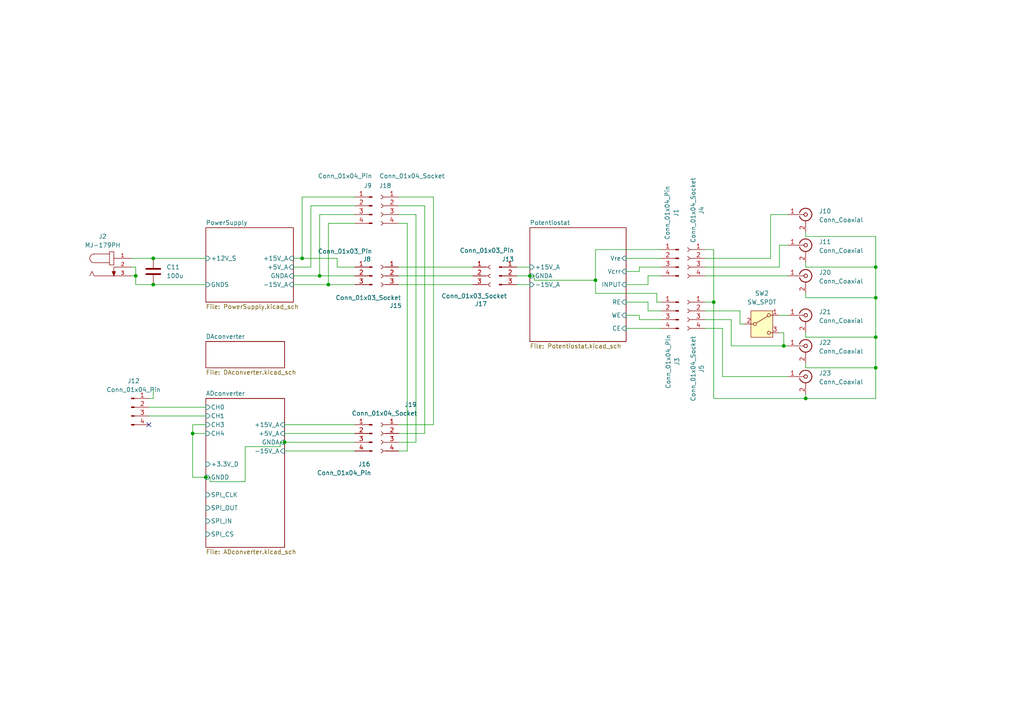
<source format=kicad_sch>
(kicad_sch (version 20231120) (generator "eeschema") (generator_version "8.0")
  (paper "A4")
  (lib_symbols
    (symbol "Connector:Conn_01x03_Pin" (pin_names (offset 1.016) hide)
      (property "Reference" "J" (at 0 5.08 0))
      (property "Value" "Conn_01x03_Pin" (at 0 -5.08 0))
      (symbol "Conn_01x03_Pin_1_1"
        (polyline (pts (xy 1.27 -2.54) (xy 0.8636 -2.54)) (stroke (width 0.1524)))
        (polyline (pts (xy 1.27 0) (xy 0.8636 0)) (stroke (width 0.1524)))
        (polyline (pts (xy 1.27 2.54) (xy 0.8636 2.54)) (stroke (width 0.1524)))
        (rectangle (start 0.8636 -2.413) (end 0 -2.667) (stroke (width 0.1524)) (fill (type outline)))
        (rectangle (start 0.8636 0.127) (end 0 -0.127) (stroke (width 0.1524)) (fill (type outline)))
        (rectangle (start 0.8636 2.667) (end 0 2.413) (stroke (width 0.1524)) (fill (type outline)))
        (pin passive line (at 5.08 2.54 180) (length 3.81) (name "Pin_1") (number "1"))
        (pin passive line (at 5.08 0 180) (length 3.81) (name "Pin_2") (number "2"))
        (pin passive line (at 5.08 -2.54 180) (length 3.81) (name "Pin_3") (number "3"))
      )
    )
    (symbol "Connector:Conn_01x03_Socket" (pin_names (offset 1.016) hide)
      (property "Reference" "J" (at 0 5.08 0))
      (property "Value" "Conn_01x03_Socket" (at 0 -5.08 0))
      (symbol "Conn_01x03_Socket_1_1"
        (arc (start 0 -2.032) (mid -0.5058 -2.54) (end 0 -3.048) (stroke (width 0.1524)))
        (polyline (pts (xy -1.27 -2.54) (xy -0.508 -2.54)) (stroke (width 0.1524)))
        (polyline (pts (xy -1.27 0) (xy -0.508 0)) (stroke (width 0.1524)))
        (polyline (pts (xy -1.27 2.54) (xy -0.508 2.54)) (stroke (width 0.1524)))
        (arc (start 0 0.508) (mid -0.5058 0) (end 0 -0.508) (stroke (width 0.1524)))
        (arc (start 0 3.048) (mid -0.5058 2.54) (end 0 2.032) (stroke (width 0.1524)))
        (pin passive line (at -5.08 2.54 0) (length 3.81) (name "Pin_1") (number "1"))
        (pin passive line (at -5.08 0 0) (length 3.81) (name "Pin_2") (number "2"))
        (pin passive line (at -5.08 -2.54 0) (length 3.81) (name "Pin_3") (number "3"))
      )
    )
    (symbol "Connector:Conn_01x04_Pin" (pin_names (offset 1.016) hide)
      (property "Reference" "J" (at 0 5.08 0))
      (property "Value" "Conn_01x04_Pin" (at 0 -7.62 0))
      (symbol "Conn_01x04_Pin_1_1"
        (polyline (pts (xy 1.27 -5.08) (xy 0.8636 -5.08)) (stroke (width 0.1524)))
        (polyline (pts (xy 1.27 -2.54) (xy 0.8636 -2.54)) (stroke (width 0.1524)))
        (polyline (pts (xy 1.27 0) (xy 0.8636 0)) (stroke (width 0.1524)))
        (polyline (pts (xy 1.27 2.54) (xy 0.8636 2.54)) (stroke (width 0.1524)))
        (rectangle (start 0.8636 -4.953) (end 0 -5.207) (stroke (width 0.1524)) (fill (type outline)))
        (rectangle (start 0.8636 -2.413) (end 0 -2.667) (stroke (width 0.1524)) (fill (type outline)))
        (rectangle (start 0.8636 0.127) (end 0 -0.127) (stroke (width 0.1524)) (fill (type outline)))
        (rectangle (start 0.8636 2.667) (end 0 2.413) (stroke (width 0.1524)) (fill (type outline)))
        (pin passive line (at 5.08 2.54 180) (length 3.81) (name "Pin_1") (number "1"))
        (pin passive line (at 5.08 0 180) (length 3.81) (name "Pin_2") (number "2"))
        (pin passive line (at 5.08 -2.54 180) (length 3.81) (name "Pin_3") (number "3"))
        (pin passive line (at 5.08 -5.08 180) (length 3.81) (name "Pin_4") (number "4"))
      )
    )
    (symbol "Connector:Conn_01x04_Socket" (pin_names (offset 1.016) hide)
      (property "Reference" "J" (at 0 5.08 0))
      (property "Value" "Conn_01x04_Socket" (at 0 -7.62 0))
      (symbol "Conn_01x04_Socket_1_1"
        (arc (start 0 -4.572) (mid -0.5058 -5.08) (end 0 -5.588) (stroke (width 0.1524)))
        (arc (start 0 -2.032) (mid -0.5058 -2.54) (end 0 -3.048) (stroke (width 0.1524)))
        (polyline (pts (xy -1.27 -5.08) (xy -0.508 -5.08)) (stroke (width 0.1524)))
        (polyline (pts (xy -1.27 -2.54) (xy -0.508 -2.54)) (stroke (width 0.1524)))
        (polyline (pts (xy -1.27 0) (xy -0.508 0)) (stroke (width 0.1524)))
        (polyline (pts (xy -1.27 2.54) (xy -0.508 2.54)) (stroke (width 0.1524)))
        (arc (start 0 0.508) (mid -0.5058 0) (end 0 -0.508) (stroke (width 0.1524)))
        (arc (start 0 3.048) (mid -0.5058 2.54) (end 0 2.032) (stroke (width 0.1524)))
        (pin passive line (at -5.08 2.54 0) (length 3.81) (name "Pin_1") (number "1"))
        (pin passive line (at -5.08 0 0) (length 3.81) (name "Pin_2") (number "2"))
        (pin passive line (at -5.08 -2.54 0) (length 3.81) (name "Pin_3") (number "3"))
        (pin passive line (at -5.08 -5.08 0) (length 3.81) (name "Pin_4") (number "4"))
      )
    )
    (symbol "Connector:Conn_Coaxial" (pin_names (offset 1.016) hide)
      (property "Reference" "J" (at 0.254 3.048 0))
      (property "Value" "Conn_Coaxial" (at 2.921 0 90))
      (symbol "Conn_Coaxial_0_1"
        (arc (start -1.778 -0.508) (mid 0.2311 -1.8066) (end 1.778 0) (stroke (width 0.254)))
        (polyline (pts (xy -2.54 0) (xy -0.508 0)))
        (polyline (pts (xy 0 -2.54) (xy 0 -1.778)))
        (circle (center 0 0) (radius 0.508) (stroke (width 0.2032)))
        (arc (start 1.778 0) (mid 0.2099 1.8101) (end -1.778 0.508) (stroke (width 0.254)))
      )
      (symbol "Conn_Coaxial_1_1"
        (pin passive line (at -5.08 0 0) (length 2.54) (name "In") (number "1"))
        (pin passive line (at 0 -5.08 90) (length 2.54) (name "Ext") (number "2"))
      )
    )
    (symbol "Device:C" (pin_numbers hide) (pin_names (offset 0.254))
      (property "Reference" "C" (at 0.635 2.54 0))
      (property "Value" "C" (at 0.635 -2.54 0))
      (symbol "C_0_1"
        (polyline (pts (xy -2.032 -0.762) (xy 2.032 -0.762)) (stroke (width 0.508)))
        (polyline (pts (xy -2.032 0.762) (xy 2.032 0.762)) (stroke (width 0.508)))
      )
      (symbol "C_1_1"
        (pin passive line (at 0 3.81 270) (length 2.794) (name "~") (number "1"))
        (pin passive line (at 0 -3.81 90) (length 2.794) (name "~") (number "2"))
      )
    )
    (symbol "MJ-179PH:MJ-179PH" (pin_names (offset 1.016))
      (property "Reference" "J" (at -7.62 5.08 0))
      (property "Value" "MJ-179PH" (at -7.62 -5.08 0))
      (symbol "MJ-179PH_0_0"
        (arc (start -5.715 3.81) (mid -6.9794 2.54) (end -5.715 1.27) (stroke (width 0.1524)))
        (polyline (pts (xy -6.35 -1.27) (xy -6.985 -2.54)) (stroke (width 0.1524)))
        (polyline (pts (xy -5.715 -2.54) (xy -6.35 -1.27)) (stroke (width 0.1524)))
        (polyline (pts (xy -5.715 3.81) (xy -1.27 3.81)) (stroke (width 0.1524)))
        (polyline (pts (xy -1.27 0.635) (xy 0 0.635)) (stroke (width 0.1524)))
        (polyline (pts (xy -1.27 1.27) (xy -5.715 1.27)) (stroke (width 0.1524)))
        (polyline (pts (xy -1.27 1.27) (xy -1.27 0.635)) (stroke (width 0.1524)))
        (polyline (pts (xy -1.27 3.81) (xy -1.27 1.27)) (stroke (width 0.1524)))
        (polyline (pts (xy -1.27 4.445) (xy -1.27 3.81)) (stroke (width 0.1524)))
        (polyline (pts (xy 0 -2.54) (xy -5.715 -2.54)) (stroke (width 0.1524)))
        (polyline (pts (xy 0 0) (xy 0 -2.54)) (stroke (width 0.1524)))
        (polyline (pts (xy 0 0.635) (xy 0 4.445)) (stroke (width 0.1524)))
        (polyline (pts (xy 0 4.445) (xy -1.27 4.445)) (stroke (width 0.1524)))
        (polyline (pts (xy 0 -2.54) (xy -0.508 -1.27) (xy 0.508 -1.27) (xy 0 -2.54)) (stroke (width 0.1524)) (fill (type outline)))
        (pin passive line (at 5.08 2.54 180) (length 5.08) (name "~") (number "1"))
        (pin passive line (at 5.08 0 180) (length 5.08) (name "~") (number "2"))
        (pin passive line (at 5.08 -2.54 180) (length 5.08) (name "~") (number "3"))
      )
    )
    (symbol "Switch:SW_SPDT" (pin_names (offset 0) hide)
      (property "Reference" "SW" (at 0 5.08 0))
      (property "Value" "SW_SPDT" (at 0 -5.08 0))
      (symbol "SW_SPDT_0_1"
        (circle (center -2.032 0) (radius 0.4572))
        (polyline (pts (xy -1.651 0.254) (xy 1.651 2.286)))
        (circle (center 2.032 -2.54) (radius 0.4572))
        (circle (center 2.032 2.54) (radius 0.4572))
      )
      (symbol "SW_SPDT_1_1"
        (rectangle (start -3.175 3.81) (end 3.175 -3.81) (fill (type background)))
        (pin passive line (at 5.08 2.54 180) (length 2.54) (name "A") (number "1"))
        (pin passive line (at -5.08 0 0) (length 2.54) (name "B") (number "2"))
        (pin passive line (at 5.08 -2.54 180) (length 2.54) (name "C") (number "3"))
      )
    )
  )
  (junction (at 207.01 87.63))
  (junction (at 44.45 74.93))
  (junction (at 233.68 115.57))
  (junction (at 153.67 80.01))
  (junction (at 82.55 128.27))
  (junction (at 254 97.79))
  (junction (at 254 106.68))
  (junction (at 44.45 82.55))
  (junction (at 254 86.36))
  (junction (at 172.72 81.28))
  (junction (at 87.63 74.93))
  (junction (at 55.88 125.73))
  (junction (at 227.33 100.33))
  (junction (at 59.69 138.43))
  (junction (at 95.25 82.55))
  (junction (at 254 77.47))
  (junction (at 92.71 80.01))
  (junction (at 39.37 80.01))
  (no_connect (at 43.18 123.19))
  (wire (pts (xy 233.68 68.58) (xy 254 68.58)))
  (wire (pts (xy 233.68 86.36) (xy 254 86.36)))
  (wire (pts (xy 187.96 87.63) (xy 187.96 90.17)))
  (wire (pts (xy 233.68 114.3) (xy 233.68 115.57)))
  (wire (pts (xy 59.69 138.43) (xy 55.88 138.43)))
  (wire (pts (xy 254 68.58) (xy 254 77.47)))
  (wire (pts (xy 115.57 77.47) (xy 137.16 77.47)))
  (wire (pts (xy 38.1 77.47) (xy 39.37 77.47)))
  (wire (pts (xy 44.45 74.93) (xy 38.1 74.93)))
  (wire (pts (xy 43.18 115.57) (xy 44.45 115.57)))
  (wire (pts (xy 185.42 91.44) (xy 185.42 92.71)))
  (wire (pts (xy 233.68 77.47) (xy 254 77.47)))
  (wire (pts (xy 204.47 95.25) (xy 209.55 95.25)))
  (wire (pts (xy 115.57 62.23) (xy 120.65 62.23)))
  (wire (pts (xy 172.72 85.09) (xy 190.5 85.09)))
  (wire (pts (xy 102.87 62.23) (xy 92.71 62.23)))
  (wire (pts (xy 118.11 130.81) (xy 115.57 130.81)))
  (wire (pts (xy 233.68 85.09) (xy 233.68 86.36)))
  (wire (pts (xy 81.28 129.54) (xy 71.12 129.54)))
  (wire (pts (xy 115.57 123.19) (xy 125.73 123.19)))
  (wire (pts (xy 92.71 62.23) (xy 92.71 80.01)))
  (wire (pts (xy 233.68 115.57) (xy 254 115.57)))
  (wire (pts (xy 87.63 57.15) (xy 87.63 74.93)))
  (wire (pts (xy 85.09 74.93) (xy 87.63 74.93)))
  (wire (pts (xy 181.61 91.44) (xy 185.42 91.44)))
  (wire (pts (xy 81.28 128.27) (xy 81.28 129.54)))
  (wire (pts (xy 43.18 118.11) (xy 59.69 118.11)))
  (wire (pts (xy 233.68 105.41) (xy 233.68 106.68)))
  (wire (pts (xy 39.37 77.47) (xy 39.37 80.01)))
  (wire (pts (xy 55.88 125.73) (xy 59.69 125.73)))
  (wire (pts (xy 92.71 80.01) (xy 102.87 80.01)))
  (wire (pts (xy 153.67 80.01) (xy 154.94 80.01)))
  (wire (pts (xy 55.88 125.73) (xy 55.88 123.19)))
  (wire (pts (xy 90.17 59.69) (xy 90.17 77.47)))
  (wire (pts (xy 190.5 85.09) (xy 190.5 87.63)))
  (wire (pts (xy 115.57 64.77) (xy 118.11 64.77)))
  (wire (pts (xy 227.33 96.52) (xy 226.06 96.52)))
  (wire (pts (xy 149.86 82.55) (xy 153.67 82.55)))
  (wire (pts (xy 82.55 125.73) (xy 102.87 125.73)))
  (wire (pts (xy 102.87 59.69) (xy 90.17 59.69)))
  (wire (pts (xy 82.55 130.81) (xy 102.87 130.81)))
  (wire (pts (xy 55.88 123.19) (xy 59.69 123.19)))
  (wire (pts (xy 209.55 95.25) (xy 209.55 109.22)))
  (wire (pts (xy 39.37 82.55) (xy 39.37 80.01)))
  (wire (pts (xy 87.63 74.93) (xy 97.79 74.93)))
  (wire (pts (xy 226.06 77.47) (xy 226.06 71.12)))
  (wire (pts (xy 181.61 95.25) (xy 191.77 95.25)))
  (wire (pts (xy 172.72 81.28) (xy 172.72 85.09)))
  (wire (pts (xy 228.6 100.33) (xy 227.33 100.33)))
  (wire (pts (xy 181.61 74.93) (xy 191.77 74.93)))
  (wire (pts (xy 254 77.47) (xy 254 86.36)))
  (wire (pts (xy 118.11 64.77) (xy 118.11 130.81)))
  (wire (pts (xy 204.47 77.47) (xy 226.06 77.47)))
  (wire (pts (xy 187.96 80.01) (xy 191.77 80.01)))
  (wire (pts (xy 254 106.68) (xy 254 115.57)))
  (wire (pts (xy 254 97.79) (xy 254 106.68)))
  (wire (pts (xy 233.68 97.79) (xy 254 97.79)))
  (wire (pts (xy 223.52 74.93) (xy 223.52 62.23)))
  (wire (pts (xy 115.57 80.01) (xy 137.16 80.01)))
  (wire (pts (xy 172.72 72.39) (xy 172.72 81.28)))
  (wire (pts (xy 187.96 82.55) (xy 181.61 82.55)))
  (wire (pts (xy 185.42 77.47) (xy 191.77 77.47)))
  (wire (pts (xy 187.96 90.17) (xy 191.77 90.17)))
  (wire (pts (xy 204.47 92.71) (xy 212.09 92.71)))
  (wire (pts (xy 204.47 80.01) (xy 228.6 80.01)))
  (wire (pts (xy 190.5 87.63) (xy 191.77 87.63)))
  (wire (pts (xy 185.42 92.71) (xy 191.77 92.71)))
  (wire (pts (xy 212.09 100.33) (xy 227.33 100.33)))
  (wire (pts (xy 226.06 91.44) (xy 228.6 91.44)))
  (wire (pts (xy 227.33 100.33) (xy 227.33 96.52)))
  (wire (pts (xy 120.65 62.23) (xy 120.65 128.27)))
  (wire (pts (xy 212.09 92.71) (xy 212.09 100.33)))
  (wire (pts (xy 59.69 138.43) (xy 60.96 138.43)))
  (wire (pts (xy 187.96 80.01) (xy 187.96 82.55)))
  (wire (pts (xy 43.18 120.65) (xy 59.69 120.65)))
  (wire (pts (xy 226.06 71.12) (xy 228.6 71.12)))
  (wire (pts (xy 85.09 82.55) (xy 95.25 82.55)))
  (wire (pts (xy 95.25 64.77) (xy 95.25 82.55)))
  (wire (pts (xy 60.96 139.7) (xy 71.12 139.7)))
  (wire (pts (xy 154.94 81.28) (xy 172.72 81.28)))
  (wire (pts (xy 181.61 87.63) (xy 187.96 87.63)))
  (wire (pts (xy 223.52 62.23) (xy 228.6 62.23)))
  (wire (pts (xy 95.25 82.55) (xy 102.87 82.55)))
  (wire (pts (xy 97.79 77.47) (xy 102.87 77.47)))
  (wire (pts (xy 123.19 125.73) (xy 115.57 125.73)))
  (wire (pts (xy 125.73 57.15) (xy 125.73 123.19)))
  (wire (pts (xy 214.63 93.98) (xy 215.9 93.98)))
  (wire (pts (xy 204.47 87.63) (xy 207.01 87.63)))
  (wire (pts (xy 82.55 128.27) (xy 102.87 128.27)))
  (wire (pts (xy 185.42 77.47) (xy 185.42 78.74)))
  (wire (pts (xy 154.94 80.01) (xy 154.94 81.28)))
  (wire (pts (xy 44.45 74.93) (xy 59.69 74.93)))
  (wire (pts (xy 115.57 57.15) (xy 125.73 57.15)))
  (wire (pts (xy 123.19 59.69) (xy 123.19 125.73)))
  (wire (pts (xy 149.86 77.47) (xy 153.67 77.47)))
  (wire (pts (xy 207.01 72.39) (xy 207.01 87.63)))
  (wire (pts (xy 254 86.36) (xy 254 97.79)))
  (wire (pts (xy 149.86 80.01) (xy 153.67 80.01)))
  (wire (pts (xy 87.63 57.15) (xy 102.87 57.15)))
  (wire (pts (xy 204.47 90.17) (xy 214.63 90.17)))
  (wire (pts (xy 85.09 80.01) (xy 92.71 80.01)))
  (wire (pts (xy 120.65 128.27) (xy 115.57 128.27)))
  (wire (pts (xy 71.12 129.54) (xy 71.12 139.7)))
  (wire (pts (xy 191.77 72.39) (xy 172.72 72.39)))
  (wire (pts (xy 214.63 90.17) (xy 214.63 93.98)))
  (wire (pts (xy 233.68 96.52) (xy 233.68 97.79)))
  (wire (pts (xy 204.47 74.93) (xy 223.52 74.93)))
  (wire (pts (xy 209.55 109.22) (xy 228.6 109.22)))
  (wire (pts (xy 233.68 76.2) (xy 233.68 77.47)))
  (wire (pts (xy 38.1 80.01) (xy 39.37 80.01)))
  (wire (pts (xy 115.57 82.55) (xy 137.16 82.55)))
  (wire (pts (xy 82.55 123.19) (xy 102.87 123.19)))
  (wire (pts (xy 39.37 82.55) (xy 44.45 82.55)))
  (wire (pts (xy 55.88 138.43) (xy 55.88 125.73)))
  (wire (pts (xy 44.45 115.57) (xy 44.45 113.03)))
  (wire (pts (xy 60.96 138.43) (xy 60.96 139.7)))
  (wire (pts (xy 207.01 115.57) (xy 233.68 115.57)))
  (wire (pts (xy 115.57 59.69) (xy 123.19 59.69)))
  (wire (pts (xy 233.68 106.68) (xy 254 106.68)))
  (wire (pts (xy 181.61 78.74) (xy 185.42 78.74)))
  (wire (pts (xy 204.47 72.39) (xy 207.01 72.39)))
  (wire (pts (xy 102.87 64.77) (xy 95.25 64.77)))
  (wire (pts (xy 207.01 87.63) (xy 207.01 115.57)))
  (wire (pts (xy 90.17 77.47) (xy 85.09 77.47)))
  (wire (pts (xy 82.55 128.27) (xy 81.28 128.27)))
  (wire (pts (xy 44.45 82.55) (xy 59.69 82.55)))
  (wire (pts (xy 233.68 68.58) (xy 233.68 67.31)))
  (wire (pts (xy 97.79 74.93) (xy 97.79 77.47)))
  (symbol (lib_id "Connector:Conn_01x03_Pin") (at 107.95 80.01 0) (mirror y) (unit 1)
    (property "Reference" "J8" (at 106.426 75.184 0))
    (property "Value" "Conn_01x03_Pin" (at 100.076 72.898 0))
    (property "Description" "Generic connector, single row, 01x03, script generated" (effects (hide yes)))
  )
  (symbol (lib_id "Connector:Conn_01x04_Socket") (at 110.49 59.69 0) (mirror y) (unit 1)
    (property "Reference" "J18" (at 113.538 53.848 0) (effects (justify left)))
    (property "Value" "Conn_01x04_Socket" (at 129.032 51.054 0) (effects (justify left)))
    (property "Description" "Generic connector, single row, 01x04, script generated" (effects (hide yes)))
  )
  (symbol (lib_id "Connector:Conn_01x03_Socket") (at 110.49 80.01 0) (mirror y) (unit 1)
    (property "Reference" "J15" (at 116.586 88.646 0) (effects (justify left)))
    (property "Value" "Conn_01x03_Socket" (at 116.332 86.36 0) (effects (justify left)))
    (property "Description" "Generic connector, single row, 01x03, script generated" (effects (hide yes)))
  )
  (symbol (lib_id "Connector:Conn_01x04_Socket") (at 199.39 90.17 0) (mirror y) (unit 1)
    (property "Reference" "J5" (at 203.454 108.204 90) (effects (justify left)))
    (property "Value" "Conn_01x04_Socket" (at 201.041 116.459 90) (effects (justify left)))
    (property "Description" "Generic connector, single row, 01x04, script generated" (effects (hide yes)))
  )
  (symbol (lib_id "Connector:Conn_01x04_Socket") (at 110.49 125.73 0) (mirror y) (unit 1)
    (property "Reference" "J19" (at 119.126 117.348 0))
    (property "Value" "Conn_01x04_Socket" (at 111.506 119.888 0))
    (property "Description" "Generic connector, single row, 01x04, script generated" (effects (hide yes)))
  )
  (symbol (lib_id "Connector:Conn_01x03_Pin") (at 144.78 80.01 0) (unit 1)
    (property "Reference" "J13" (at 149.098 75.184 0) (effects (justify right)))
    (property "Value" "Conn_01x03_Pin" (at 149.098 72.644 0) (effects (justify right)))
    (property "Description" "Generic connector, single row, 01x03, script generated" (effects (hide yes)))
  )
  (symbol (lib_id "Connector:Conn_Coaxial") (at 233.68 71.12 0) (unit 1)
    (property "Reference" "J11" (at 237.49 70.1431 0) (effects (justify left)))
    (property "Value" "Conn_Coaxial" (at 237.49 72.6831 0) (effects (justify left)))
    (property "Description" "coaxial connector (BNC, SMA, SMB, SMC, Cinch/RCA, LEMO, ...)" (effects (hide yes)))
  )
  (symbol (lib_id "Connector:Conn_Coaxial") (at 233.68 80.01 0) (unit 1)
    (property "Reference" "J20" (at 237.49 79.0331 0) (effects (justify left)))
    (property "Value" "Conn_Coaxial" (at 237.49 81.5731 0) (effects (justify left)))
    (property "Description" "coaxial connector (BNC, SMA, SMB, SMC, Cinch/RCA, LEMO, ...)" (effects (hide yes)))
  )
  (symbol (lib_id "Connector:Conn_01x04_Socket") (at 199.39 74.93 0) (mirror y) (unit 1)
    (property "Reference" "J4" (at 203.454 62.23 90) (effects (justify left)))
    (property "Value" "Conn_01x04_Socket" (at 201.041 70.485 90) (effects (justify left)))
    (property "Description" "Generic connector, single row, 01x04, script generated" (effects (hide yes)))
  )
  (symbol (lib_id "MJ-179PH:MJ-179PH") (at 33.02 77.47 0) (unit 1)
    (property "Reference" "J2" (at 29.7815 68.58 0))
    (property "Value" "MJ-179PH" (at 29.7815 71.12 0))
    (property "Footprint" "MJ-179PH:MJ-179PH" (effects (hide yes)))
    (property "CURRENT-RATING" "4A" (effects (hide yes)))
    (property "MF" "Multicomp" (effects (hide yes)))
    (property "Description_1" "\n                        \n                            SOCKET, LOW VOLTAGE; Connector Type: Standard Power Entry; Gender: Socket; Voltage Rating: 12V; Current Rating: 5A; C...\n                        \n" (effects (hide yes)))
    (property "Package" "None" (effects (hide yes)))
    (property "GENDER" "Socket,female" (effects (hide yes)))
    (property "BRAND" "Multicomp" (effects (hide yes)))
    (property "BODY_ORIENTATION" "Right angle" (effects (hide yes)))
    (property "Check_prices" "https://www.snapeda.com/parts/MJ-179PH/Multicomp/view-part/?ref=eda" (effects (hide yes)))
    (property "Price" "None" (effects (hide yes)))
    (property "VOLTAGE-RATING" "12VDC" (effects (hide yes)))
    (property "SnapEDA_Link" "https://www.snapeda.com/parts/MJ-179PH/Multicomp/view-part/?ref=snap" (effects (hide yes)))
    (property "MFR-NO" "MJ-179PH" (effects (hide yes)))
    (property "INSIDE_CONTACT_DIAMETER" "1,95mm" (effects (hide yes)))
    (property "FARNELL" "1737246" (effects (hide yes)))
    (property "Availability" "Not in stock" (effects (hide yes)))
    (property "TYPE" "PCB through hole" (effects (hide yes)))
    (property "OUTSIDE_CONTACT_DIAMETER" "6mm" (effects (hide yes)))
    (property "MP" "MJ-179PH" (effects (hide yes)))
  )
  (symbol (lib_id "Connector:Conn_Coaxial") (at 233.68 100.33 0) (unit 1)
    (property "Reference" "J22" (at 237.49 99.3531 0) (effects (justify left)))
    (property "Value" "Conn_Coaxial" (at 237.49 101.8931 0) (effects (justify left)))
    (property "Description" "coaxial connector (BNC, SMA, SMB, SMC, Cinch/RCA, LEMO, ...)" (effects (hide yes)))
  )
  (symbol (lib_id "Connector:Conn_Coaxial") (at 233.68 91.44 0) (unit 1)
    (property "Reference" "J21" (at 237.49 90.4631 0) (effects (justify left)))
    (property "Value" "Conn_Coaxial" (at 237.49 93.0031 0) (effects (justify left)))
    (property "Description" "coaxial connector (BNC, SMA, SMB, SMC, Cinch/RCA, LEMO, ...)" (effects (hide yes)))
  )
  (symbol (lib_id "Connector:Conn_Coaxial") (at 233.68 109.22 0) (unit 1)
    (property "Reference" "J23" (at 237.49 108.2431 0) (effects (justify left)))
    (property "Value" "Conn_Coaxial" (at 237.49 110.7831 0) (effects (justify left)))
    (property "Description" "coaxial connector (BNC, SMA, SMB, SMC, Cinch/RCA, LEMO, ...)" (effects (hide yes)))
  )
  (symbol (lib_id "Connector:Conn_Coaxial") (at 233.68 62.23 0) (unit 1)
    (property "Reference" "J10" (at 237.49 61.2531 0) (effects (justify left)))
    (property "Value" "Conn_Coaxial" (at 237.49 63.7931 0) (effects (justify left)))
    (property "Description" "coaxial connector (BNC, SMA, SMB, SMC, Cinch/RCA, LEMO, ...)" (effects (hide yes)))
  )
  (symbol (lib_id "Connector:Conn_01x04_Pin") (at 196.85 74.93 0) (mirror y) (unit 1)
    (property "Reference" "J1" (at 196.088 61.722 90))
    (property "Value" "Conn_01x04_Pin" (at 193.548 61.722 90))
    (property "Description" "Generic connector, single row, 01x04, script generated" (effects (hide yes)))
  )
  (symbol (lib_id "Switch:SW_SPDT") (at 220.98 93.98 0) (unit 1)
    (property "Reference" "SW2" (at 220.98 85.09 0))
    (property "Value" "SW_SPDT" (at 220.98 87.63 0))
    (property "Description" "Switch, single pole double throw" (effects (hide yes)))
  )
  (symbol (lib_id "Connector:Conn_01x03_Socket") (at 142.24 80.01 0) (unit 1)
    (property "Reference" "J17" (at 137.668 88.138 0) (effects (justify left)))
    (property "Value" "Conn_01x03_Socket" (at 128.016 85.852 0) (effects (justify left)))
    (property "Description" "Generic connector, single row, 01x03, script generated" (effects (hide yes)))
  )
  (symbol (lib_id "Connector:Conn_01x04_Pin") (at 38.1 118.11 0) (unit 1)
    (property "Reference" "J12" (at 38.735 110.49 0))
    (property "Value" "Conn_01x04_Pin" (at 38.735 113.03 0))
    (property "Description" "Generic connector, single row, 01x04, script generated" (effects (hide yes)))
  )
  (symbol (lib_id "Connector:Conn_01x04_Pin") (at 196.85 90.17 0) (mirror y) (unit 1)
    (property "Reference" "J3" (at 196.342 104.902 90))
    (property "Value" "Conn_01x04_Pin" (at 193.802 104.902 90))
    (property "Description" "Generic connector, single row, 01x04, script generated" (effects (hide yes)))
  )
  (symbol (lib_id "Connector:Conn_01x04_Pin") (at 107.95 125.73 0) (mirror y) (unit 1)
    (property "Reference" "J16" (at 105.664 134.62 0))
    (property "Value" "Conn_01x04_Pin" (at 99.822 137.16 0))
    (property "Description" "Generic connector, single row, 01x04, script generated" (effects (hide yes)))
  )
  (symbol (lib_id "Connector:Conn_01x04_Pin") (at 107.95 59.69 0) (mirror y) (unit 1)
    (property "Reference" "J9" (at 106.68 53.848 0))
    (property "Value" "Conn_01x04_Pin" (at 100.076 51.054 0))
    (property "Description" "Generic connector, single row, 01x04, script generated" (effects (hide yes)))
  )
  (symbol (lib_id "Device:C") (at 44.45 78.74 0) (unit 1)
    (property "Reference" "C11" (at 48.26 77.4699 0) (effects (justify left)))
    (property "Value" "100u" (at 48.26 80.0099 0) (effects (justify left)))
    (property "Description" "Unpolarized capacitor" (effects (hide yes)))
  )
  (sheet (at 59.69 99.06) (size 22.86 7.62) (stroke (width 0.1524))
    (property "Sheetname" "DAconverter" (at 59.69 98.3484 0) (effects (justify left bottom)))
    (property "Sheetfile" "DAconverter.kicad_sch" (at 59.69 107.2646 0) (effects (justify left top)))
  )
  (sheet (at 153.67 66.04) (size 27.94 33.02) (stroke (width 0.1524))
    (property "Sheetname" "Potentiostat" (at 153.67 65.3284 0) (effects (justify left bottom)))
    (property "Sheetfile" "Potentiostat.kicad_sch" (at 153.67 99.6446 0) (effects (justify left top)))
    (pin "Vre" input (at 181.61 74.93 0))
    (pin "Vcrr" input (at 181.61 78.74 0))
    (pin "INPUT" input (at 181.61 82.55 0))
    (pin "-15V_A" input (at 153.67 82.55 180))
    (pin "+15V_A" input (at 153.67 77.47 180))
    (pin "GNDA" input (at 153.67 80.01 180))
    (pin "CE" input (at 181.61 95.25 0))
    (pin "RE" input (at 181.61 87.63 0))
    (pin "WE" input (at 181.61 91.44 0))
  )
  (sheet (at 59.69 115.57) (size 22.86 43.18) (stroke (width 0.1524))
    (property "Sheetname" "ADconverter" (at 59.69 114.8584 0) (effects (justify left bottom)))
    (property "Sheetfile" "ADconverter.kicad_sch" (at 59.69 159.3346 0) (effects (justify left top)))
    (pin "CH3" input (at 59.69 123.19 180))
    (pin "CH1" input (at 59.69 120.65 180))
    (pin "CH4" input (at 59.69 125.73 180))
    (pin "SPI_IN" input (at 59.69 151.13 180))
    (pin "SPI_CS" input (at 59.69 154.94 180))
    (pin "SPI_OUT" input (at 59.69 147.32 180))
    (pin "SPI_CLK" input (at 59.69 143.51 180))
    (pin "CH0" input (at 59.69 118.11 180))
    (pin "+15V_A" input (at 82.55 123.19 0))
    (pin "+5V_A" input (at 82.55 125.73 0))
    (pin "GNDA" input (at 82.55 128.27 0))
    (pin "+3.3V_D" input (at 59.69 134.62 180))
    (pin "-15V_A" input (at 82.55 130.81 0))
    (pin "GNDD" input (at 59.69 138.43 180))
  )
  (sheet (at 59.69 66.04) (size 25.4 21.59) (stroke (width 0.1524))
    (property "Sheetname" "PowerSupply" (at 59.69 65.3284 0) (effects (justify left bottom)))
    (property "Sheetfile" "PowerSupply.kicad_sch" (at 59.69 88.2146 0) (effects (justify left top)))
    (pin "GNDS" input (at 59.69 82.55 180))
    (pin "+12V_S" input (at 59.69 74.93 180))
    (pin "-15V_A" input (at 85.09 82.55 0))
    (pin "+15V_A" input (at 85.09 74.93 0))
    (pin "GNDA" input (at 85.09 80.01 0))
    (pin "+5V_A" input (at 85.09 77.47 0))
  )
)
</source>
